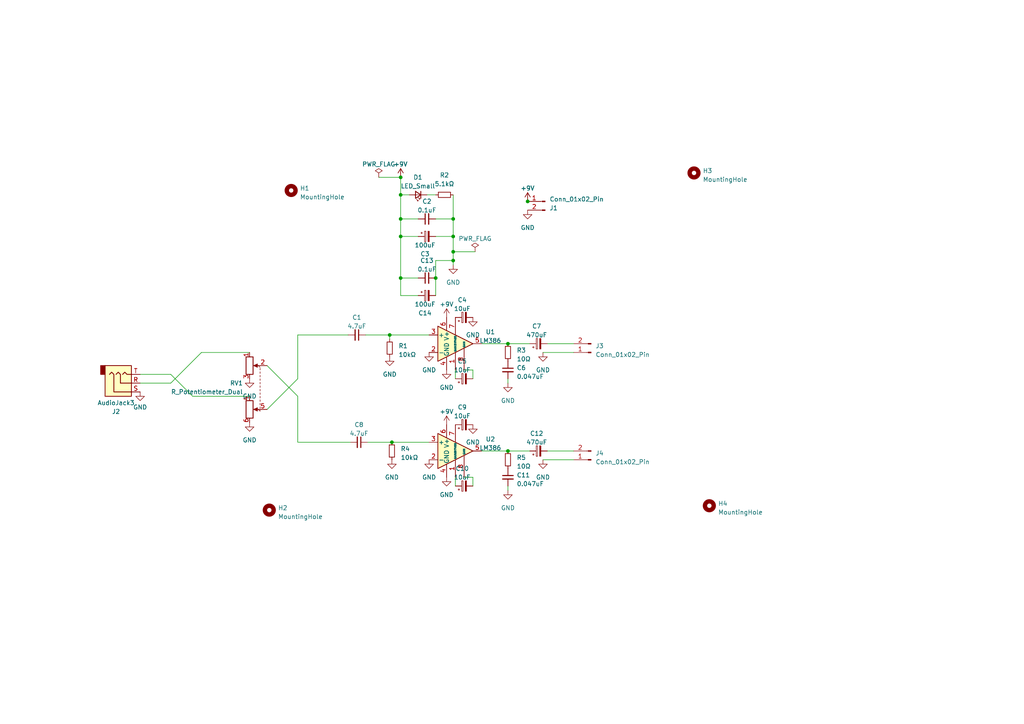
<source format=kicad_sch>
(kicad_sch (version 20230121) (generator eeschema)
  (paper "A4")
  (lib_symbols
    (symbol "Amplifier_Audio:LM386" (pin_names (offset 0.127))
      (property "Reference" "U" (at 1.27 7.62 0))
      (property "Value" "LM386" (at 1.27 5.08 0))
      (symbol "LM386_0_1"
        (polyline (pts (xy 5.08 0) (xy -5.08 5.08) (xy -5.08 -5.08) (xy 5.08 0)) (stroke (width 0.254)) (fill (type background)))
      )
      (symbol "LM386_1_1"
        (pin input line (at 0 -7.62 90) (length 5.08) (name "GAIN") (number "1"))
        (pin input line (at -7.62 -2.54 0) (length 2.54) (name "-") (number "2"))
        (pin input line (at -7.62 2.54 0) (length 2.54) (name "+") (number "3"))
        (pin power_in line (at -2.54 -7.62 90) (length 3.81) (name "GND") (number "4"))
        (pin output line (at 7.62 0 180) (length 2.54) (name "~") (number "5"))
        (pin power_in line (at -2.54 7.62 270) (length 3.81) (name "V+") (number "6"))
        (pin input line (at 0 7.62 270) (length 5.08) (name "BYPASS") (number "7"))
        (pin input line (at 2.54 -7.62 90) (length 6.35) (name "GAIN") (number "8"))
      )
    )
    (symbol "Connector:Conn_01x02_Pin" (pin_names (offset 1.016) hide)
      (property "Reference" "J" (at 0 2.54 0))
      (property "Value" "Conn_01x02_Pin" (at 0 -5.08 0))
      (symbol "Conn_01x02_Pin_1_1"
        (polyline (pts (xy 1.27 -2.54) (xy 0.8636 -2.54)) (stroke (width 0.1524)))
        (polyline (pts (xy 1.27 0) (xy 0.8636 0)) (stroke (width 0.1524)))
        (rectangle (start 0.8636 -2.413) (end 0 -2.667) (stroke (width 0.1524)) (fill (type outline)))
        (rectangle (start 0.8636 0.127) (end 0 -0.127) (stroke (width 0.1524)) (fill (type outline)))
        (pin passive line (at 5.08 0 180) (length 3.81) (name "Pin_1") (number "1"))
        (pin passive line (at 5.08 -2.54 180) (length 3.81) (name "Pin_2") (number "2"))
      )
    )
    (symbol "Connector_Audio:AudioJack3"
      (property "Reference" "J" (at 0 8.89 0))
      (property "Value" "AudioJack3" (at 0 6.35 0))
      (symbol "AudioJack3_0_1"
        (rectangle (start -5.08 -5.08) (end -6.35 -2.54) (stroke (width 0.254)) (fill (type outline)))
        (polyline (pts (xy 0 -2.54) (xy 0.635 -3.175) (xy 1.27 -2.54) (xy 2.54 -2.54)) (stroke (width 0.254)))
        (polyline (pts (xy -1.905 -2.54) (xy -1.27 -3.175) (xy -0.635 -2.54) (xy -0.635 0) (xy 2.54 0)) (stroke (width 0.254)))
        (polyline (pts (xy 2.54 2.54) (xy -2.54 2.54) (xy -2.54 -2.54) (xy -3.175 -3.175) (xy -3.81 -2.54)) (stroke (width 0.254)))
        (rectangle (start 2.54 3.81) (end -5.08 -5.08) (stroke (width 0.254)) (fill (type background)))
      )
      (symbol "AudioJack3_1_1"
        (pin passive line (at 5.08 0 180) (length 2.54) (name "~") (number "R"))
        (pin passive line (at 5.08 2.54 180) (length 2.54) (name "~") (number "S"))
        (pin passive line (at 5.08 -2.54 180) (length 2.54) (name "~") (number "T"))
      )
    )
    (symbol "Device:C_Polarized_Small" (pin_numbers hide) (pin_names (offset 0.254) hide)
      (property "Reference" "C" (at 0.254 1.778 0))
      (property "Value" "C_Polarized_Small" (at 0.254 -2.032 0))
      (symbol "C_Polarized_Small_0_1"
        (rectangle (start -1.524 -0.3048) (end 1.524 -0.6858) (fill (type outline)))
        (rectangle (start -1.524 0.6858) (end 1.524 0.3048))
        (polyline (pts (xy -1.27 1.524) (xy -0.762 1.524)))
        (polyline (pts (xy -1.016 1.27) (xy -1.016 1.778)))
      )
      (symbol "C_Polarized_Small_1_1"
        (pin passive line (at 0 2.54 270) (length 1.8542) (name "~") (number "1"))
        (pin passive line (at 0 -2.54 90) (length 1.8542) (name "~") (number "2"))
      )
    )
    (symbol "Device:C_Small" (pin_numbers hide) (pin_names (offset 0.254) hide)
      (property "Reference" "C" (at 0.254 1.778 0))
      (property "Value" "C_Small" (at 0.254 -2.032 0))
      (symbol "C_Small_0_1"
        (polyline (pts (xy -1.524 -0.508) (xy 1.524 -0.508)) (stroke (width 0.3302)))
        (polyline (pts (xy -1.524 0.508) (xy 1.524 0.508)) (stroke (width 0.3048)))
      )
      (symbol "C_Small_1_1"
        (pin passive line (at 0 2.54 270) (length 2.032) (name "~") (number "1"))
        (pin passive line (at 0 -2.54 90) (length 2.032) (name "~") (number "2"))
      )
    )
    (symbol "Device:LED_Small" (pin_numbers hide) (pin_names (offset 0.254) hide)
      (property "Reference" "D" (at -1.27 3.175 0))
      (property "Value" "LED_Small" (at -4.445 -2.54 0))
      (symbol "LED_Small_0_1"
        (polyline (pts (xy -0.762 -1.016) (xy -0.762 1.016)) (stroke (width 0.254)))
        (polyline (pts (xy 1.016 0) (xy -0.762 0)))
        (polyline (pts (xy 0.762 -1.016) (xy -0.762 0) (xy 0.762 1.016) (xy 0.762 -1.016)) (stroke (width 0.254)))
        (polyline (pts (xy 0 0.762) (xy -0.508 1.27) (xy -0.254 1.27) (xy -0.508 1.27) (xy -0.508 1.016)))
        (polyline (pts (xy 0.508 1.27) (xy 0 1.778) (xy 0.254 1.778) (xy 0 1.778) (xy 0 1.524)))
      )
      (symbol "LED_Small_1_1"
        (pin passive line (at -2.54 0 0) (length 1.778) (name "K") (number "1"))
        (pin passive line (at 2.54 0 180) (length 1.778) (name "A") (number "2"))
      )
    )
    (symbol "Device:R_Potentiometer_Dual" (pin_names (offset 1.016) hide)
      (property "Reference" "RV" (at 0 3.81 0))
      (property "Value" "R_Potentiometer_Dual" (at 0 1.905 0))
      (symbol "R_Potentiometer_Dual_0_1"
        (rectangle (start -8.89 -1.524) (end -3.81 -3.556) (stroke (width 0.254)))
        (polyline (pts (xy -6.35 0) (xy -6.35 -1.016)))
        (polyline (pts (xy -6.35 0) (xy -6.35 -1.016)))
        (polyline (pts (xy -6.35 0) (xy -5.842 0.508)))
        (polyline (pts (xy -5.588 0.508) (xy -5.08 0.508)))
        (polyline (pts (xy -4.572 0.508) (xy -4.064 0.508)))
        (polyline (pts (xy -3.556 0.508) (xy -3.048 0.508)))
        (polyline (pts (xy -2.54 0.508) (xy -2.032 0.508)))
        (polyline (pts (xy -1.524 0.508) (xy -1.016 0.508)))
        (polyline (pts (xy -0.508 0.508) (xy 0 0.508)))
        (polyline (pts (xy 0.508 0.508) (xy 1.016 0.508)))
        (polyline (pts (xy 1.524 0.508) (xy 2.032 0.508)))
        (polyline (pts (xy 2.54 0.508) (xy 3.048 0.508)))
        (polyline (pts (xy 3.556 0.508) (xy 4.064 0.508)))
        (polyline (pts (xy 4.572 0.508) (xy 5.08 0.508)))
        (polyline (pts (xy 5.588 0.508) (xy 6.096 0.508)))
        (polyline (pts (xy 6.35 0) (xy 6.35 -1.016)))
        (polyline (pts (xy 6.35 0) (xy 6.35 -1.016)))
        (polyline (pts (xy 6.604 0.508) (xy 6.858 0.508) (xy 6.35 0)))
        (polyline (pts (xy -6.35 -1.397) (xy -6.858 -0.254) (xy -5.842 -0.254) (xy -6.35 -1.397)) (fill (type outline)))
        (polyline (pts (xy 6.35 -1.397) (xy 5.842 -0.254) (xy 6.858 -0.254) (xy 6.35 -1.397)) (fill (type outline)))
        (rectangle (start 3.81 -1.524) (end 8.89 -3.556) (stroke (width 0.254)))
      )
      (symbol "R_Potentiometer_Dual_1_1"
        (pin passive line (at -10.16 -2.54 0) (length 1.27) (name "1") (number "1"))
        (pin passive line (at -6.35 2.54 270) (length 2.54) (name "2") (number "2"))
        (pin passive line (at -2.54 -2.54 180) (length 1.27) (name "3") (number "3"))
        (pin passive line (at 2.54 -2.54 0) (length 1.27) (name "4") (number "4"))
        (pin passive line (at 6.35 2.54 270) (length 2.54) (name "5") (number "5"))
        (pin passive line (at 10.16 -2.54 180) (length 1.27) (name "6") (number "6"))
      )
    )
    (symbol "Device:R_Small" (pin_numbers hide) (pin_names (offset 0.254) hide)
      (property "Reference" "R" (at 0.762 0.508 0))
      (property "Value" "R_Small" (at 0.762 -1.016 0))
      (symbol "R_Small_0_1"
        (rectangle (start -0.762 1.778) (end 0.762 -1.778) (stroke (width 0.2032)))
      )
      (symbol "R_Small_1_1"
        (pin passive line (at 0 2.54 270) (length 0.762) (name "~") (number "1"))
        (pin passive line (at 0 -2.54 90) (length 0.762) (name "~") (number "2"))
      )
    )
    (symbol "Mechanical:MountingHole" (pin_names (offset 1.016))
      (property "Reference" "H" (at 0 5.08 0))
      (property "Value" "MountingHole" (at 0 3.175 0))
      (symbol "MountingHole_0_1"
        (circle (center 0 0) (radius 1.27) (stroke (width 1.27)))
      )
    )
    (symbol "power:+9V" (power) (pin_names (offset 0))
      (property "Value" "+9V" (at 0 3.556 0))
      (symbol "+9V_0_1"
        (polyline (pts (xy -0.762 1.27) (xy 0 2.54)))
        (polyline (pts (xy 0 0) (xy 0 2.54)))
        (polyline (pts (xy 0 2.54) (xy 0.762 1.27)))
      )
      (symbol "+9V_1_1"
        (pin power_in line (at 0 0 90) (length 0) hide (name "+9V") (number "1"))
      )
    )
    (symbol "power:GND" (power) (pin_names (offset 0))
      (property "Value" "GND" (at 0 -3.81 0))
      (symbol "GND_0_1"
        (polyline (pts (xy 0 0) (xy 0 -1.27) (xy 1.27 -1.27) (xy 0 -2.54) (xy -1.27 -1.27) (xy 0 -1.27)))
      )
      (symbol "GND_1_1"
        (pin power_in line (at 0 0 270) (length 0) hide (name "GND") (number "1"))
      )
    )
    (symbol "power:PWR_FLAG" (power) (pin_numbers hide) (pin_names (offset 0) hide)
      (property "Value" "PWR_FLAG" (at 0 3.81 0))
      (symbol "PWR_FLAG_0_0"
        (pin power_out line (at 0 0 90) (length 0) (name "pwr") (number "1"))
      )
      (symbol "PWR_FLAG_0_1"
        (polyline (pts (xy 0 0) (xy 0 1.27) (xy -1.016 1.905) (xy 0 2.54) (xy 1.016 1.905) (xy 0 1.27)))
      )
    )
  )
  (junction (at 116.205 68.58))
  (junction (at 153.035 58.42))
  (junction (at 131.445 73.025))
  (junction (at 126.365 80.645))
  (junction (at 116.205 56.515))
  (junction (at 116.205 80.645))
  (junction (at 131.445 75.565))
  (junction (at 147.32 130.81))
  (junction (at 147.32 99.695))
  (junction (at 131.445 63.5))
  (junction (at 113.03 97.155))
  (junction (at 113.665 128.27))
  (junction (at 116.205 51.435))
  (junction (at 131.445 68.58))
  (junction (at 116.205 63.5))
  (wire (pts (xy 147.32 99.695) (xy 153.67 99.695)))
  (wire (pts (xy 158.75 99.695) (xy 166.37 99.695)))
  (wire (pts (xy 147.32 140.97) (xy 147.32 142.24)))
  (wire (pts (xy 116.205 80.645) (xy 116.205 68.58)))
  (wire (pts (xy 113.03 98.425) (xy 113.03 97.155)))
  (wire (pts (xy 131.445 63.5) (xy 131.445 68.58)))
  (wire (pts (xy 121.285 63.5) (xy 116.205 63.5)))
  (wire (pts (xy 131.445 75.565) (xy 131.445 76.835)))
  (wire (pts (xy 166.37 102.235) (xy 157.48 102.235)))
  (wire (pts (xy 116.205 68.58) (xy 121.285 68.58)))
  (wire (pts (xy 116.205 63.5) (xy 116.205 68.58)))
  (wire (pts (xy 137.16 107.315) (xy 137.16 109.855)))
  (wire (pts (xy 126.365 75.565) (xy 131.445 75.565)))
  (wire (pts (xy 137.16 138.43) (xy 137.16 140.97)))
  (wire (pts (xy 72.39 102.235) (xy 58.42 102.235)))
  (wire (pts (xy 134.62 107.315) (xy 137.16 107.315)))
  (wire (pts (xy 134.62 138.43) (xy 137.16 138.43)))
  (wire (pts (xy 106.045 97.155) (xy 113.03 97.155)))
  (wire (pts (xy 113.665 128.27) (xy 124.46 128.27)))
  (wire (pts (xy 86.36 128.27) (xy 86.36 114.935)))
  (wire (pts (xy 86.36 128.27) (xy 101.6 128.27)))
  (wire (pts (xy 132.08 138.43) (xy 132.08 140.97)))
  (wire (pts (xy 126.365 56.515) (xy 123.825 56.515)))
  (wire (pts (xy 58.42 102.235) (xy 49.53 111.125)))
  (wire (pts (xy 131.445 56.515) (xy 131.445 63.5)))
  (wire (pts (xy 86.36 109.855) (xy 77.47 118.745)))
  (wire (pts (xy 132.08 107.315) (xy 132.08 109.855)))
  (wire (pts (xy 158.75 130.81) (xy 166.37 130.81)))
  (wire (pts (xy 121.285 85.725) (xy 116.205 85.725)))
  (wire (pts (xy 139.7 99.695) (xy 147.32 99.695)))
  (wire (pts (xy 86.36 97.155) (xy 100.965 97.155)))
  (wire (pts (xy 116.205 56.515) (xy 116.205 63.5)))
  (wire (pts (xy 86.36 97.155) (xy 86.36 109.855)))
  (wire (pts (xy 116.205 85.725) (xy 116.205 80.645)))
  (wire (pts (xy 166.37 133.35) (xy 157.48 133.35)))
  (wire (pts (xy 86.36 114.935) (xy 77.47 106.045)))
  (wire (pts (xy 126.365 80.645) (xy 126.365 75.565)))
  (wire (pts (xy 40.64 108.585) (xy 49.53 108.585)))
  (wire (pts (xy 116.205 80.645) (xy 121.285 80.645)))
  (wire (pts (xy 55.88 114.935) (xy 72.39 114.935)))
  (wire (pts (xy 131.445 68.58) (xy 126.365 68.58)))
  (wire (pts (xy 131.445 73.025) (xy 131.445 75.565)))
  (wire (pts (xy 118.745 56.515) (xy 116.205 56.515)))
  (wire (pts (xy 116.205 51.435) (xy 116.205 56.515)))
  (wire (pts (xy 113.03 97.155) (xy 124.46 97.155)))
  (wire (pts (xy 147.32 109.855) (xy 147.32 111.125)))
  (wire (pts (xy 139.7 130.81) (xy 147.32 130.81)))
  (wire (pts (xy 106.68 128.27) (xy 113.665 128.27)))
  (wire (pts (xy 126.365 80.645) (xy 126.365 85.725)))
  (wire (pts (xy 147.32 130.81) (xy 153.67 130.81)))
  (wire (pts (xy 131.445 63.5) (xy 126.365 63.5)))
  (wire (pts (xy 131.445 68.58) (xy 131.445 73.025)))
  (wire (pts (xy 49.53 108.585) (xy 55.88 114.935)))
  (wire (pts (xy 40.64 111.125) (xy 49.53 111.125)))
  (wire (pts (xy 109.855 51.435) (xy 116.205 51.435)))
  (wire (pts (xy 137.795 73.025) (xy 131.445 73.025)))
  (symbol (lib_id "power:GND") (at 137.16 123.19 0) (unit 1)
    (property "Reference" "#PWR020" (effects hide))
    (property "Value" "GND" (at 137.16 128.27 0))
  )
  (symbol (lib_id "power:GND") (at 157.48 133.35 0) (unit 1)
    (property "Reference" "#PWR022" (effects hide))
    (property "Value" "GND" (at 157.48 138.43 0))
  )
  (symbol (lib_id "Device:C_Small") (at 147.32 138.43 0) (unit 1)
    (property "Reference" "C11" (at 149.86 137.8013 0) (effects (justify left)))
    (property "Value" "0.047uF" (at 149.86 140.3413 0) (effects (justify left)))
    (property "Footprint" "Capacitor_THT:C_Disc_D4.7mm_W2.5mm_P5.00mm" (effects hide))
  )
  (symbol (lib_id "Device:R_Small") (at 147.32 102.235 180) (unit 1)
    (property "Reference" "R3" (at 149.86 101.6 0) (effects (justify right)))
    (property "Value" "10Ω" (at 149.86 104.14 0) (effects (justify right)))
    (property "Footprint" "Resistor_THT:R_Axial_DIN0207_L6.3mm_D2.5mm_P10.16mm_Horizontal" (effects hide))
  )
  (symbol (lib_id "Amplifier_Audio:LM386") (at 132.08 130.81 0) (unit 1)
    (property "Reference" "U2" (at 142.24 127.3811 0))
    (property "Value" "LM386" (at 142.24 129.9211 0))
    (property "Footprint" "Package_DIP:DIP-8_W7.62mm_Socket" (effects hide))
    (property "Datasheet" "http://www.ti.com/lit/ds/symlink/lm386.pdf" (effects hide))
  )
  (symbol (lib_id "Amplifier_Audio:LM386") (at 132.08 99.695 0) (unit 1)
    (property "Reference" "U1" (at 142.24 96.2661 0))
    (property "Value" "LM386" (at 142.24 98.8061 0))
    (property "Footprint" "Package_DIP:DIP-8_W7.62mm_Socket" (effects hide))
    (property "Datasheet" "http://www.ti.com/lit/ds/symlink/lm386.pdf" (effects hide))
  )
  (symbol (lib_id "Device:C_Small") (at 123.825 80.645 90) (unit 1)
    (property "Reference" "C13" (at 123.8313 75.565 90))
    (property "Value" "0.1uF" (at 123.8313 78.105 90))
    (property "Footprint" "Capacitor_THT:C_Disc_D5.0mm_W2.5mm_P5.00mm" (effects hide))
  )
  (symbol (lib_id "Device:R_Small") (at 113.665 130.81 0) (unit 1)
    (property "Reference" "R4" (at 116.205 130.175 0) (effects (justify left)))
    (property "Value" "10kΩ" (at 116.205 132.715 0) (effects (justify left)))
    (property "Footprint" "Resistor_THT:R_Axial_DIN0207_L6.3mm_D2.5mm_P10.16mm_Horizontal" (effects hide))
  )
  (symbol (lib_id "Connector_Audio:AudioJack3") (at 35.56 111.125 0) (mirror x) (unit 1)
    (property "Reference" "J2" (at 33.655 119.38 0))
    (property "Value" "AudioJack3" (at 33.655 116.84 0))
    (property "Footprint" "Connector_Audio:Jack_3.5mm_Switronic_ST-005-G_horizontal" (effects hide))
  )
  (symbol (lib_id "Device:C_Polarized_Small") (at 134.62 109.855 90) (unit 1)
    (property "Reference" "C5" (at 134.0739 104.775 90))
    (property "Value" "10uF" (at 134.0739 107.315 90))
    (property "Footprint" "Capacitor_THT:CP_Radial_D5.0mm_P2.50mm" (effects hide))
  )
  (symbol (lib_id "Mechanical:MountingHole") (at 84.455 55.245 0) (unit 1)
    (property "Reference" "H1" (at 86.995 54.61 0) (effects (justify left)))
    (property "Value" "MountingHole" (at 86.995 57.15 0) (effects (justify left)))
    (property "Footprint" "MountingHole:MountingHole_3.2mm_M3" (effects hide))
  )
  (symbol (lib_id "power:+9V") (at 116.205 51.435 0) (unit 1)
    (property "Reference" "#PWR02" (effects hide))
    (property "Value" "+9V" (at 116.205 47.625 0))
  )
  (symbol (lib_id "power:GND") (at 113.665 133.35 0) (unit 1)
    (property "Reference" "#PWR016" (effects hide))
    (property "Value" "GND" (at 113.665 138.43 0))
  )
  (symbol (lib_id "power:+9V") (at 153.035 58.42 0) (unit 1)
    (property "Reference" "#PWR011" (effects hide))
    (property "Value" "+9V" (at 153.035 54.61 0))
  )
  (symbol (lib_id "Device:C_Polarized_Small") (at 156.21 99.695 90) (unit 1)
    (property "Reference" "C7" (at 155.6639 94.615 90))
    (property "Value" "470uF" (at 155.6639 97.155 90))
    (property "Footprint" "Capacitor_THT:CP_Radial_D8.0mm_P2.50mm" (effects hide))
  )
  (symbol (lib_id "power:GND") (at 72.39 122.555 0) (unit 1)
    (property "Reference" "#PWR024" (effects hide))
    (property "Value" "GND" (at 72.39 127.635 0))
  )
  (symbol (lib_id "power:GND") (at 129.54 107.315 0) (unit 1)
    (property "Reference" "#PWR08" (effects hide))
    (property "Value" "GND" (at 129.54 112.395 0))
  )
  (symbol (lib_id "Mechanical:MountingHole") (at 205.74 146.685 0) (unit 1)
    (property "Reference" "H4" (at 208.28 146.05 0) (effects (justify left)))
    (property "Value" "MountingHole" (at 208.28 148.59 0) (effects (justify left)))
    (property "Footprint" "MountingHole:MountingHole_3.2mm_M3" (effects hide))
  )
  (symbol (lib_id "Device:C_Small") (at 123.825 63.5 90) (unit 1)
    (property "Reference" "C2" (at 123.8313 58.42 90))
    (property "Value" "0.1uF" (at 123.8313 60.96 90))
    (property "Footprint" "Capacitor_THT:C_Disc_D5.0mm_W2.5mm_P5.00mm" (effects hide))
  )
  (symbol (lib_id "power:PWR_FLAG") (at 137.795 73.025 0) (mirror y) (unit 1)
    (property "Reference" "#FLG02" (effects hide))
    (property "Value" "PWR_FLAG" (at 137.795 69.215 0))
  )
  (symbol (lib_id "Device:C_Polarized_Small") (at 156.21 130.81 90) (unit 1)
    (property "Reference" "C12" (at 155.6639 125.73 90))
    (property "Value" "470uF" (at 155.6639 128.27 90))
    (property "Footprint" "Capacitor_THT:CP_Radial_D8.0mm_P2.50mm" (effects hide))
  )
  (symbol (lib_id "power:GND") (at 147.32 142.24 0) (unit 1)
    (property "Reference" "#PWR021" (effects hide))
    (property "Value" "GND" (at 147.32 147.32 0))
  )
  (symbol (lib_id "power:+9V") (at 129.54 92.075 0) (unit 1)
    (property "Reference" "#PWR07" (effects hide))
    (property "Value" "+9V" (at 129.54 88.265 0))
  )
  (symbol (lib_id "Device:C_Small") (at 103.505 97.155 270) (unit 1)
    (property "Reference" "C1" (at 103.4986 92.075 90))
    (property "Value" "4.7uF" (at 103.4986 94.615 90))
    (property "Footprint" "Capacitor_THT:C_Radial_D6.3mm_H5.0mm_P2.50mm" (effects hide))
  )
  (symbol (lib_id "Device:C_Polarized_Small") (at 123.825 85.725 90) (mirror x) (unit 1)
    (property "Reference" "C14" (at 123.2789 90.805 90))
    (property "Value" "100uF" (at 123.2789 88.265 90))
    (property "Footprint" "Capacitor_THT:CP_Radial_D5.0mm_P2.50mm" (effects hide))
  )
  (symbol (lib_id "Device:C_Small") (at 147.32 107.315 0) (unit 1)
    (property "Reference" "C6" (at 149.86 106.6863 0) (effects (justify left)))
    (property "Value" "0.047uF" (at 149.86 109.2263 0) (effects (justify left)))
    (property "Footprint" "Capacitor_THT:C_Disc_D4.7mm_W2.5mm_P5.00mm" (effects hide))
  )
  (symbol (lib_id "power:GND") (at 153.035 60.96 0) (unit 1)
    (property "Reference" "#PWR013" (effects hide))
    (property "Value" "GND" (at 153.035 66.04 0))
  )
  (symbol (lib_id "power:+9V") (at 116.205 51.435 0) (unit 1)
    (property "Reference" "#PWR03" (effects hide))
    (property "Value" "+9V" (at 116.205 47.625 0))
  )
  (symbol (lib_id "power:GND") (at 72.39 109.855 0) (unit 1)
    (property "Reference" "#PWR023" (effects hide))
    (property "Value" "GND" (at 72.39 114.935 0))
  )
  (symbol (lib_id "power:GND") (at 124.46 133.35 0) (unit 1)
    (property "Reference" "#PWR017" (effects hide))
    (property "Value" "GND" (at 124.46 138.43 0))
  )
  (symbol (lib_id "Connector:Conn_01x02_Pin") (at 171.45 133.35 180) (unit 1)
    (property "Reference" "J4" (at 172.72 131.445 0) (effects (justify right)))
    (property "Value" "Conn_01x02_Pin" (at 172.72 133.985 0) (effects (justify right)))
    (property "Footprint" "TerminalBlock:TerminalBlock_bornier-2_P5.08mm" (effects hide))
  )
  (symbol (lib_id "Device:C_Small") (at 104.14 128.27 270) (unit 1)
    (property "Reference" "C8" (at 104.1336 123.19 90))
    (property "Value" "4.7uF" (at 104.1336 125.73 90))
    (property "Footprint" "Capacitor_THT:C_Radial_D6.3mm_H5.0mm_P2.50mm" (effects hide))
  )
  (symbol (lib_id "Mechanical:MountingHole") (at 78.105 147.955 0) (unit 1)
    (property "Reference" "H2" (at 80.645 147.32 0) (effects (justify left)))
    (property "Value" "MountingHole" (at 80.645 149.86 0) (effects (justify left)))
    (property "Footprint" "MountingHole:MountingHole_3.2mm_M3" (effects hide))
  )
  (symbol (lib_id "power:+9V") (at 129.54 123.19 0) (unit 1)
    (property "Reference" "#PWR018" (effects hide))
    (property "Value" "+9V" (at 129.54 119.38 0))
  )
  (symbol (lib_id "power:GND") (at 124.46 102.235 0) (unit 1)
    (property "Reference" "#PWR06" (effects hide))
    (property "Value" "GND" (at 124.46 107.315 0))
  )
  (symbol (lib_id "power:GND") (at 129.54 138.43 0) (unit 1)
    (property "Reference" "#PWR019" (effects hide))
    (property "Value" "GND" (at 129.54 143.51 0))
  )
  (symbol (lib_id "power:GND") (at 137.16 92.075 0) (unit 1)
    (property "Reference" "#PWR09" (effects hide))
    (property "Value" "GND" (at 137.16 97.155 0))
  )
  (symbol (lib_id "Device:C_Polarized_Small") (at 123.825 68.58 90) (mirror x) (unit 1)
    (property "Reference" "C3" (at 123.2789 73.66 90))
    (property "Value" "100uF" (at 123.2789 71.12 90))
    (property "Footprint" "Capacitor_THT:CP_Radial_D5.0mm_P2.50mm" (effects hide))
  )
  (symbol (lib_id "Connector:Conn_01x02_Pin") (at 171.45 102.235 180) (unit 1)
    (property "Reference" "J3" (at 172.72 100.33 0) (effects (justify right)))
    (property "Value" "Conn_01x02_Pin" (at 172.72 102.87 0) (effects (justify right)))
    (property "Footprint" "TerminalBlock:TerminalBlock_bornier-2_P5.08mm" (effects hide))
  )
  (symbol (lib_id "Device:C_Polarized_Small") (at 134.62 92.075 90) (unit 1)
    (property "Reference" "C4" (at 134.0739 86.995 90))
    (property "Value" "10uF" (at 134.0739 89.535 90))
    (property "Footprint" "Capacitor_THT:CP_Radial_D5.0mm_P2.50mm" (effects hide))
  )
  (symbol (lib_id "Device:R_Potentiometer_Dual") (at 74.93 112.395 270) (unit 1)
    (property "Reference" "RV1" (at 70.485 111.125 90) (effects (justify right)))
    (property "Value" "R_Potentiometer_Dual" (at 70.485 113.665 90) (effects (justify right)))
    (property "Footprint" "Potentiometer_THT:Potentiometer_Alps_RK097_Dual_Horizontal" (effects hide))
  )
  (symbol (lib_id "power:GND") (at 147.32 111.125 0) (unit 1)
    (property "Reference" "#PWR010" (effects hide))
    (property "Value" "GND" (at 147.32 116.205 0))
  )
  (symbol (lib_id "power:GND") (at 157.48 102.235 0) (unit 1)
    (property "Reference" "#PWR014" (effects hide))
    (property "Value" "GND" (at 157.48 107.315 0))
  )
  (symbol (lib_id "power:GND") (at 40.64 113.665 0) (unit 1)
    (property "Reference" "#PWR01" (effects hide))
    (property "Value" "GND" (at 40.64 118.11 0))
  )
  (symbol (lib_id "power:PWR_FLAG") (at 109.855 51.435 0) (unit 1)
    (property "Reference" "#FLG01" (effects hide))
    (property "Value" "PWR_FLAG" (at 109.855 47.625 0))
  )
  (symbol (lib_id "Device:R_Small") (at 113.03 100.965 0) (unit 1)
    (property "Reference" "R1" (at 115.57 100.33 0) (effects (justify left)))
    (property "Value" "10kΩ" (at 115.57 102.87 0) (effects (justify left)))
    (property "Footprint" "Resistor_THT:R_Axial_DIN0207_L6.3mm_D2.5mm_P10.16mm_Horizontal" (effects hide))
  )
  (symbol (lib_id "power:+9V") (at 153.035 58.42 0) (unit 1)
    (property "Reference" "#PWR012" (effects hide))
    (property "Value" "+9V" (at 153.035 54.61 0))
  )
  (symbol (lib_id "Device:LED_Small") (at 121.285 56.515 180) (unit 1)
    (property "Reference" "D1" (at 121.2215 51.435 0))
    (property "Value" "LED_Small" (at 121.2215 53.975 0))
    (property "Footprint" "LED_THT:LED_D3.0mm" (effects hide))
  )
  (symbol (lib_id "Connector:Conn_01x02_Pin") (at 158.115 58.42 0) (mirror y) (unit 1)
    (property "Reference" "J1" (at 159.385 60.325 0) (effects (justify right)))
    (property "Value" "Conn_01x02_Pin" (at 159.385 57.785 0) (effects (justify right)))
    (property "Footprint" "Connector_JST:JST_XH_B2B-XH-A_1x02_P2.50mm_Vertical" (effects hide))
  )
  (symbol (lib_id "power:GND") (at 113.03 103.505 0) (unit 1)
    (property "Reference" "#PWR04" (effects hide))
    (property "Value" "GND" (at 113.03 108.585 0))
  )
  (symbol (lib_id "Device:C_Polarized_Small") (at 134.62 123.19 90) (unit 1)
    (property "Reference" "C9" (at 134.0739 118.11 90))
    (property "Value" "10uF" (at 134.0739 120.65 90))
    (property "Footprint" "Capacitor_THT:CP_Radial_D5.0mm_P2.50mm" (effects hide))
  )
  (symbol (lib_id "Device:R_Small") (at 128.905 56.515 90) (unit 1)
    (property "Reference" "R2" (at 128.905 50.8 90))
    (property "Value" "5.1kΩ" (at 128.905 53.34 90))
    (property "Footprint" "Resistor_THT:R_Axial_DIN0207_L6.3mm_D2.5mm_P2.54mm_Vertical" (effects hide))
  )
  (symbol (lib_id "Device:C_Polarized_Small") (at 134.62 140.97 90) (unit 1)
    (property "Reference" "C10" (at 134.0739 135.89 90))
    (property "Value" "10uF" (at 134.0739 138.43 90))
    (property "Footprint" "Capacitor_THT:CP_Radial_D5.0mm_P2.50mm" (effects hide))
  )
  (symbol (lib_id "power:GND") (at 131.445 76.835 0) (unit 1)
    (property "Reference" "#PWR05" (effects hide))
    (property "Value" "GND" (at 131.445 81.915 0))
  )
  (symbol (lib_id "Device:R_Small") (at 147.32 133.35 180) (unit 1)
    (property "Reference" "R5" (at 149.86 132.715 0) (effects (justify right)))
    (property "Value" "10Ω" (at 149.86 135.255 0) (effects (justify right)))
    (property "Footprint" "Resistor_THT:R_Axial_DIN0207_L6.3mm_D2.5mm_P10.16mm_Horizontal" (effects hide))
  )
  (symbol (lib_id "Mechanical:MountingHole") (at 201.295 50.165 0) (unit 1)
    (property "Reference" "H3" (at 203.835 49.53 0) (effects (justify left)))
    (property "Value" "MountingHole" (at 203.835 52.07 0) (effects (justify left)))
    (property "Footprint" "MountingHole:MountingHole_3.2mm_M3" (effects hide))
  )
)
</source>
